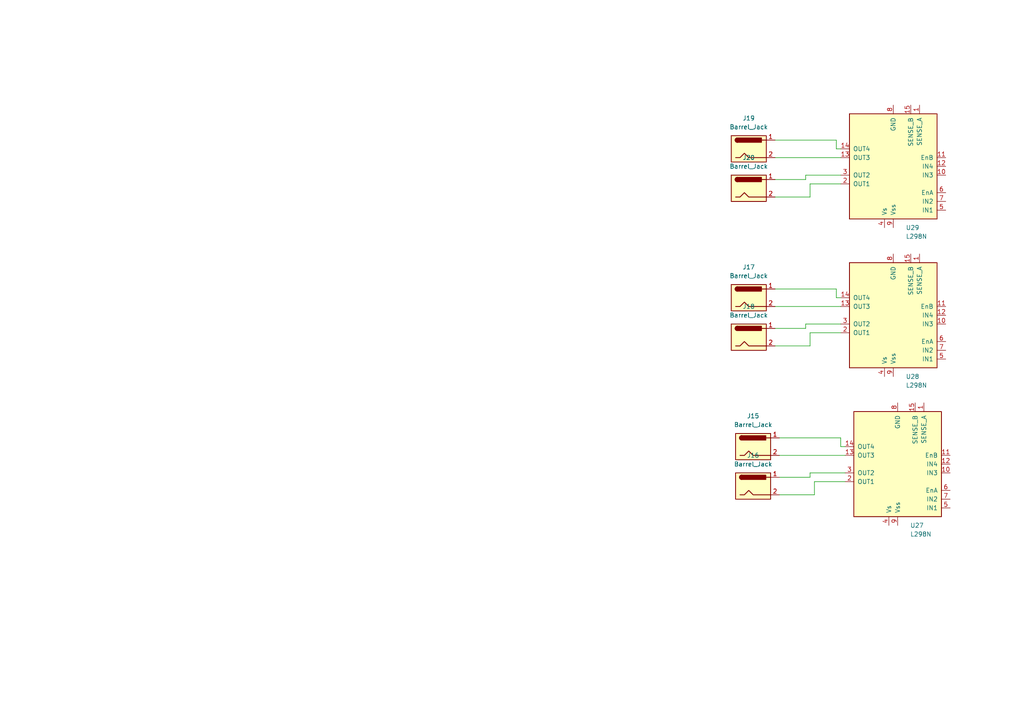
<source format=kicad_sch>
(kicad_sch (version 20230121) (generator eeschema)
  (paper "A4")
  (lib_symbols
    (symbol "Connector:Barrel_Jack" (pin_names (offset 1.016))
      (property "Reference" "J" (at 0 5.334 0))
      (property "Value" "Barrel_Jack" (at 0 -5.08 0))
      (symbol "Barrel_Jack_0_1"
        (rectangle (start -5.08 3.81) (end 5.08 -3.81) (stroke (width 0.254)) (fill (type background)))
        (arc (start -3.302 3.175) (mid -3.9343 2.54) (end -3.302 1.905) (stroke (width 0.254)))
        (arc (start -3.302 3.175) (mid -3.9343 2.54) (end -3.302 1.905) (stroke (width 0.254)) (fill (type outline)))
        (polyline (pts (xy 5.08 2.54) (xy 3.81 2.54)) (stroke (width 0.254)))
        (polyline (pts (xy -3.81 -2.54) (xy -2.54 -2.54) (xy -1.27 -1.27) (xy 0 -2.54) (xy 2.54 -2.54) (xy 5.08 -2.54)) (stroke (width 0.254)))
        (rectangle (start 3.683 3.175) (end -3.302 1.905) (stroke (width 0.254)) (fill (type outline)))
      )
      (symbol "Barrel_Jack_1_1"
        (pin passive line (at 7.62 2.54 180) (length 2.54) (name "~") (number "1"))
        (pin passive line (at 7.62 -2.54 180) (length 2.54) (name "~") (number "2"))
      )
    )
    (symbol "Driver_Motor:L298N" (pin_names (offset 1.016))
      (property "Reference" "U" (at -10.16 16.51 0))
      (property "Value" "L298N" (at 12.7 16.51 0))
      (symbol "L298N_0_1"
        (rectangle (start -12.7 15.24) (end 12.7 -15.24) (stroke (width 0.254)) (fill (type background)))
      )
      (symbol "L298N_1_1"
        (pin power_in line (at -7.62 -17.78 90) (length 2.54) (name "SENSE_A") (number "1"))
        (pin input line (at -15.24 2.54 0) (length 2.54) (name "IN3") (number "10"))
        (pin input line (at -15.24 -2.54 0) (length 2.54) (name "EnB") (number "11"))
        (pin input line (at -15.24 0 0) (length 2.54) (name "IN4") (number "12"))
        (pin output line (at 15.24 -2.54 180) (length 2.54) (name "OUT3") (number "13"))
        (pin output line (at 15.24 -5.08 180) (length 2.54) (name "OUT4") (number "14"))
        (pin power_in line (at -5.08 -17.78 90) (length 2.54) (name "SENSE_B") (number "15"))
        (pin output line (at 15.24 5.08 180) (length 2.54) (name "OUT1") (number "2"))
        (pin output line (at 15.24 2.54 180) (length 2.54) (name "OUT2") (number "3"))
        (pin power_in line (at 2.54 17.78 270) (length 2.54) (name "Vs") (number "4"))
        (pin input line (at -15.24 12.7 0) (length 2.54) (name "IN1") (number "5"))
        (pin input line (at -15.24 7.62 0) (length 2.54) (name "EnA") (number "6"))
        (pin input line (at -15.24 10.16 0) (length 2.54) (name "IN2") (number "7"))
        (pin power_in line (at 0 -17.78 90) (length 2.54) (name "GND") (number "8"))
        (pin power_in line (at 0 17.78 270) (length 2.54) (name "Vss") (number "9"))
      )
    )
  )
  (wire (pts (xy 243.84 53.34) (xy 234.95 53.34)))
  (wire (pts (xy 236.22 139.7) (xy 236.22 143.51)))
  (wire (pts (xy 242.57 40.64) (xy 224.79 40.64)))
  (wire (pts (xy 233.68 95.25) (xy 224.79 95.25)))
  (wire (pts (xy 242.57 43.18) (xy 243.84 43.18)))
  (wire (pts (xy 234.95 57.15) (xy 224.79 57.15)))
  (wire (pts (xy 234.95 137.16) (xy 234.95 138.43)))
  (wire (pts (xy 234.95 96.52) (xy 234.95 100.33)))
  (wire (pts (xy 243.84 129.54) (xy 245.11 129.54)))
  (wire (pts (xy 243.84 129.54) (xy 243.84 127)))
  (wire (pts (xy 226.06 132.08) (xy 245.11 132.08)))
  (wire (pts (xy 234.95 100.33) (xy 224.79 100.33)))
  (wire (pts (xy 242.57 43.18) (xy 242.57 40.64)))
  (wire (pts (xy 243.84 50.8) (xy 233.68 50.8)))
  (wire (pts (xy 224.79 88.9) (xy 243.84 88.9)))
  (wire (pts (xy 224.79 45.72) (xy 243.84 45.72)))
  (wire (pts (xy 243.84 127) (xy 226.06 127)))
  (wire (pts (xy 234.95 53.34) (xy 234.95 57.15)))
  (wire (pts (xy 233.68 50.8) (xy 233.68 52.07)))
  (wire (pts (xy 234.95 138.43) (xy 226.06 138.43)))
  (wire (pts (xy 243.84 93.98) (xy 233.68 93.98)))
  (wire (pts (xy 242.57 86.36) (xy 242.57 83.82)))
  (wire (pts (xy 233.68 52.07) (xy 224.79 52.07)))
  (wire (pts (xy 243.84 96.52) (xy 234.95 96.52)))
  (wire (pts (xy 233.68 93.98) (xy 233.68 95.25)))
  (wire (pts (xy 236.22 143.51) (xy 226.06 143.51)))
  (wire (pts (xy 242.57 86.36) (xy 243.84 86.36)))
  (wire (pts (xy 242.57 83.82) (xy 224.79 83.82)))
  (wire (pts (xy 245.11 139.7) (xy 236.22 139.7)))
  (wire (pts (xy 245.11 137.16) (xy 234.95 137.16)))
  (symbol (lib_id "Connector:Barrel_Jack") (at 218.44 129.54 0) (unit 1)
    (property "Reference" "J15" (at 218.44 120.65 0))
    (property "Value" "Barrel_Jack" (at 218.44 123.19 0))
  )
  (symbol (lib_id "Connector:Barrel_Jack") (at 217.17 86.36 0) (unit 1)
    (property "Reference" "J17" (at 217.17 77.47 0))
    (property "Value" "Barrel_Jack" (at 217.17 80.01 0))
  )
  (symbol (lib_id "Driver_Motor:L298N") (at 259.08 91.44 180) (unit 1)
    (property "Reference" "U28" (at 262.7061 109.22 0) (effects (justify right)))
    (property "Value" "L298N" (at 262.7061 111.76 0) (effects (justify right)))
    (property "Footprint" "Package_TO_SOT_THT:TO-220-15_P2.54x2.54mm_StaggerOdd_Lead4.58mm_Vertical" (effects hide))
    (property "Datasheet" "http://www.st.com/st-web-ui/static/active/en/resource/technical/document/datasheet/CD00000240.pdf" (effects hide))
  )
  (symbol (lib_id "Connector:Barrel_Jack") (at 217.17 43.18 0) (unit 1)
    (property "Reference" "J19" (at 217.17 34.29 0))
    (property "Value" "Barrel_Jack" (at 217.17 36.83 0))
  )
  (symbol (lib_id "Driver_Motor:L298N") (at 259.08 48.26 180) (unit 1)
    (property "Reference" "U29" (at 262.7061 66.04 0) (effects (justify right)))
    (property "Value" "L298N" (at 262.7061 68.58 0) (effects (justify right)))
    (property "Footprint" "Package_TO_SOT_THT:TO-220-15_P2.54x2.54mm_StaggerOdd_Lead4.58mm_Vertical" (effects hide))
    (property "Datasheet" "http://www.st.com/st-web-ui/static/active/en/resource/technical/document/datasheet/CD00000240.pdf" (effects hide))
  )
  (symbol (lib_id "Connector:Barrel_Jack") (at 217.17 97.79 0) (unit 1)
    (property "Reference" "J18" (at 217.17 88.9 0))
    (property "Value" "Barrel_Jack" (at 217.17 91.44 0))
  )
  (symbol (lib_id "Connector:Barrel_Jack") (at 218.44 140.97 0) (unit 1)
    (property "Reference" "J16" (at 218.44 132.08 0))
    (property "Value" "Barrel_Jack" (at 218.44 134.62 0))
  )
  (symbol (lib_id "Connector:Barrel_Jack") (at 217.17 54.61 0) (unit 1)
    (property "Reference" "J20" (at 217.17 45.72 0))
    (property "Value" "Barrel_Jack" (at 217.17 48.26 0))
  )
  (symbol (lib_id "Driver_Motor:L298N") (at 260.35 134.62 180) (unit 1)
    (property "Reference" "U27" (at 263.9761 152.4 0) (effects (justify right)))
    (property "Value" "L298N" (at 263.9761 154.94 0) (effects (justify right)))
    (property "Footprint" "Package_TO_SOT_THT:TO-220-15_P2.54x2.54mm_StaggerOdd_Lead4.58mm_Vertical" (effects hide))
    (property "Datasheet" "http://www.st.com/st-web-ui/static/active/en/resource/technical/document/datasheet/CD00000240.pdf" (effects hide))
  )
)
</source>
